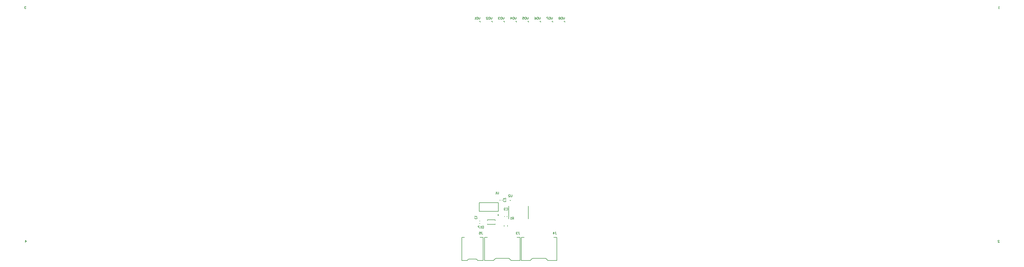
<source format=gbr>
%TF.GenerationSoftware,Altium Limited,Altium Designer,24.4.1 (13)*%
G04 Layer_Color=32896*
%FSLAX45Y45*%
%MOMM*%
%TF.SameCoordinates,4FF739F8-A24E-4C84-90D3-729B67262028*%
%TF.FilePolarity,Positive*%
%TF.FileFunction,Legend,Bot*%
%TF.Part,Single*%
G01*
G75*
%TA.AperFunction,NonConductor*%
%ADD33C,0.10000*%
%ADD34C,0.20000*%
%ADD35C,0.12700*%
%ADD36C,0.25000*%
D33*
X19529700Y5656600D02*
G03*
X19529700Y5656600I-5000J0D01*
G01*
D34*
X20372200Y6477000D02*
G03*
X20372200Y6477000I-10000J0D01*
G01*
X20147701Y5572100D02*
Y5602100D01*
X20267700Y5572100D02*
Y5602100D01*
X19834700Y5771600D02*
Y5794100D01*
X19564700Y5771600D02*
Y5794100D01*
X19834700Y5634100D02*
Y5656600D01*
X19564700Y5634100D02*
Y5656600D01*
Y5794100D02*
X19834700D01*
X19564700Y5634100D02*
X19834700D01*
X20002600Y6478800D02*
Y6498800D01*
X20082600Y6478800D02*
Y6498800D01*
X20247701Y5907300D02*
Y5927300D01*
X20167700Y5907300D02*
Y5927300D01*
X19275800Y6092500D02*
Y6402500D01*
X19945799Y6092500D02*
Y6402500D01*
X19275800D02*
X19945799D01*
X19275800Y6092500D02*
X19945799D01*
X19283299Y5754100D02*
X19303300D01*
X19283299Y5674100D02*
X19303300D01*
D35*
X20307201Y5832000D02*
Y6282000D01*
X20997200Y5832000D02*
Y6282000D01*
X20157143Y12742501D02*
Y12770000D01*
X20124643D02*
X20157143D01*
X19310001Y12742501D02*
Y12770000D01*
X19277499D02*
X19310001D01*
X19733571Y12742501D02*
Y12770000D01*
X19701071D02*
X19733571D01*
X21004285Y12742501D02*
Y12770000D01*
X20971786D02*
X21004285D01*
X20580714Y12742501D02*
Y12770000D01*
X20548215D02*
X20580714D01*
X21427856Y12742501D02*
Y12770000D01*
X21395357D02*
X21427856D01*
X21851428Y12742501D02*
Y12770000D01*
X21818929D02*
X21851428D01*
X22275000Y12742501D02*
Y12770000D01*
X22242500D02*
X22275000D01*
X19223000Y4367800D02*
X19408000D01*
X19172200Y4418600D02*
X19223000Y4367800D01*
X18667999D02*
X18853000D01*
X18903799Y4418600D01*
X19304700Y5180600D02*
X19408000D01*
X18667999D02*
X18758600D01*
X18903799Y4418600D02*
X19172200D01*
X19408000Y4367800D02*
Y5180600D01*
X18667999Y4367800D02*
Y5180600D01*
X20396500Y4367800D02*
X20706500D01*
X20320300Y4444000D02*
X20396500Y4367800D01*
X19466499D02*
X19776500D01*
X19852699Y4444000D01*
X20594501Y5180600D02*
X20706500D01*
X19466499D02*
X19565800D01*
X19852699Y4444000D02*
X20320300D01*
X20706500Y4367800D02*
Y5180600D01*
X19466499Y4367800D02*
Y5180600D01*
X21682001Y4367800D02*
X21992000D01*
X21605800Y4444000D02*
X21682001Y4367800D01*
X20752000D02*
X21062000D01*
X21138200Y4444000D01*
X21880000Y5180600D02*
X21992000D01*
X20752000D02*
X20851300D01*
X21138200Y4444000D02*
X21605800D01*
X21992000Y4367800D02*
Y5180600D01*
X20752000Y4367800D02*
Y5180600D01*
X37487695Y13211913D02*
X37462305D01*
X37475000D01*
Y13288087D01*
X37487695Y13275392D01*
X37439609Y4999412D02*
X37490393D01*
X37439609Y5050196D01*
Y5062892D01*
X37452304Y5075588D01*
X37477695D01*
X37490393Y5062892D01*
X3385832Y4998720D02*
Y5074895D01*
X3423920Y5036808D01*
X3373137D01*
X3406140Y13281639D02*
X3393444Y13294334D01*
X3368052D01*
X3355357Y13281639D01*
Y13268942D01*
X3368052Y13256248D01*
X3380748D01*
X3368052D01*
X3355357Y13243552D01*
Y13230856D01*
X3368052Y13218159D01*
X3393444D01*
X3406140Y13230856D01*
X22268179Y12915875D02*
Y12865092D01*
X22242789Y12839700D01*
X22217397Y12865092D01*
Y12915875D01*
X22192004D02*
Y12839700D01*
X22153917D01*
X22141222Y12852396D01*
Y12903178D01*
X22153917Y12915875D01*
X22192004D01*
X22115829Y12903178D02*
X22103133Y12915875D01*
X22077740D01*
X22065047Y12903178D01*
Y12890483D01*
X22077740Y12877788D01*
X22065047Y12865092D01*
Y12852396D01*
X22077740Y12839700D01*
X22103133D01*
X22115829Y12852396D01*
Y12865092D01*
X22103133Y12877788D01*
X22115829Y12890483D01*
Y12903178D01*
X22103133Y12877788D02*
X22077740D01*
X21844000Y12915875D02*
Y12865092D01*
X21818608Y12839700D01*
X21793217Y12865092D01*
Y12915875D01*
X21767825D02*
Y12839700D01*
X21729736D01*
X21717041Y12852396D01*
Y12903178D01*
X21729736Y12915875D01*
X21767825D01*
X21691649D02*
X21640866D01*
Y12903178D01*
X21691649Y12852396D01*
Y12839700D01*
X21422360Y12915875D02*
Y12865092D01*
X21396968Y12839700D01*
X21371577Y12865092D01*
Y12915875D01*
X21346185D02*
Y12839700D01*
X21308096D01*
X21295401Y12852396D01*
Y12903178D01*
X21308096Y12915875D01*
X21346185D01*
X21219226D02*
X21244617Y12903178D01*
X21270009Y12877788D01*
Y12852396D01*
X21257314Y12839700D01*
X21231921D01*
X21219226Y12852396D01*
Y12865092D01*
X21231921Y12877788D01*
X21270009D01*
X20998180Y12915875D02*
Y12865092D01*
X20972787Y12839700D01*
X20947397Y12865092D01*
Y12915875D01*
X20922005D02*
Y12839700D01*
X20883917D01*
X20871220Y12852396D01*
Y12903178D01*
X20883917Y12915875D01*
X20922005D01*
X20795045D02*
X20845828D01*
Y12877788D01*
X20820438Y12890483D01*
X20807741D01*
X20795045Y12877788D01*
Y12852396D01*
X20807741Y12839700D01*
X20833133D01*
X20845828Y12852396D01*
X20574001Y12915875D02*
Y12865092D01*
X20548608Y12839700D01*
X20523216Y12865092D01*
Y12915875D01*
X20497826D02*
Y12839700D01*
X20459737D01*
X20447041Y12852396D01*
Y12903178D01*
X20459737Y12915875D01*
X20497826D01*
X20383562Y12839700D02*
Y12915875D01*
X20421649Y12877788D01*
X20370866D01*
X20149820Y12915875D02*
Y12865092D01*
X20124428Y12839700D01*
X20099037Y12865092D01*
Y12915875D01*
X20073645D02*
Y12839700D01*
X20035558D01*
X20022861Y12852396D01*
Y12903178D01*
X20035558Y12915875D01*
X20073645D01*
X19997469Y12903178D02*
X19984773Y12915875D01*
X19959381D01*
X19946686Y12903178D01*
Y12890483D01*
X19959381Y12877788D01*
X19972076D01*
X19959381D01*
X19946686Y12865092D01*
Y12852396D01*
X19959381Y12839700D01*
X19984773D01*
X19997469Y12852396D01*
X19728180Y12915875D02*
Y12865092D01*
X19702788Y12839700D01*
X19677397Y12865092D01*
Y12915875D01*
X19652005D02*
Y12839700D01*
X19613918D01*
X19601221Y12852396D01*
Y12903178D01*
X19613918Y12915875D01*
X19652005D01*
X19525046Y12839700D02*
X19575829D01*
X19525046Y12890483D01*
Y12903178D01*
X19537741Y12915875D01*
X19563133D01*
X19575829Y12903178D01*
X19303999Y12915875D02*
Y12865092D01*
X19278609Y12839700D01*
X19253217Y12865092D01*
Y12915875D01*
X19227824D02*
Y12839700D01*
X19189737D01*
X19177042Y12852396D01*
Y12903178D01*
X19189737Y12915875D01*
X19227824D01*
X19151649Y12839700D02*
X19126257D01*
X19138953D01*
Y12915875D01*
X19151649Y12903178D01*
X20428479Y6680588D02*
Y6617108D01*
X20415784Y6604412D01*
X20390392D01*
X20377696Y6617108D01*
Y6680588D01*
X20301520Y6604412D02*
X20352304D01*
X20301520Y6655196D01*
Y6667892D01*
X20314217Y6680588D01*
X20339607D01*
X20352304Y6667892D01*
X19954240Y6779235D02*
Y6715756D01*
X19941544Y6703060D01*
X19916151D01*
X19903458Y6715756D01*
Y6779235D01*
X19878065Y6703060D02*
X19852673D01*
X19865369D01*
Y6779235D01*
X19878065Y6766539D01*
X20474384Y5815713D02*
Y5891888D01*
X20436296D01*
X20423599Y5879192D01*
Y5853800D01*
X20436296Y5841104D01*
X20474384D01*
X20448991D02*
X20423599Y5815713D01*
X20398209D02*
X20372816D01*
X20385512D01*
Y5891888D01*
X20398209Y5879192D01*
X19349738Y5361915D02*
X19375128D01*
X19362431D01*
Y5298436D01*
X19375128Y5285740D01*
X19387823D01*
X19400520Y5298436D01*
X19273561Y5361915D02*
X19324345D01*
Y5323828D01*
X19298953Y5336523D01*
X19286256D01*
X19273561Y5323828D01*
Y5298436D01*
X19286256Y5285740D01*
X19311649D01*
X19324345Y5298436D01*
X21935457Y5361915D02*
X21960847D01*
X21948152D01*
Y5298436D01*
X21960847Y5285740D01*
X21973544D01*
X21986240Y5298436D01*
X21871977Y5285740D02*
Y5361915D01*
X21910065Y5323828D01*
X21859280D01*
X20650217Y5361915D02*
X20675607D01*
X20662912D01*
Y5298436D01*
X20675607Y5285740D01*
X20688304D01*
X20700999Y5298436D01*
X20624825Y5349219D02*
X20612129Y5361915D01*
X20586737D01*
X20574042Y5349219D01*
Y5336523D01*
X20586737Y5323828D01*
X20599432D01*
X20586737D01*
X20574042Y5311132D01*
Y5298436D01*
X20586737Y5285740D01*
X20612129D01*
X20624825Y5298436D01*
X19426619Y5574388D02*
Y5498213D01*
X19388531D01*
X19375836Y5510908D01*
Y5561692D01*
X19388531Y5574388D01*
X19426619D01*
X19350444Y5498213D02*
X19325052D01*
X19337749D01*
Y5574388D01*
X19350444Y5561692D01*
X19286964Y5574388D02*
X19236182D01*
Y5561692D01*
X19286964Y5510908D01*
Y5498213D01*
X20220956Y6197579D02*
X20233652Y6210275D01*
X20259044D01*
X20271741Y6197579D01*
Y6146796D01*
X20259044Y6134100D01*
X20233652D01*
X20220956Y6146796D01*
X20195564Y6197579D02*
X20182869Y6210275D01*
X20157477D01*
X20144781Y6197579D01*
Y6184883D01*
X20157477Y6172188D01*
X20170174D01*
X20157477D01*
X20144781Y6159492D01*
Y6146796D01*
X20157477Y6134100D01*
X20182869D01*
X20195564Y6146796D01*
X20197893Y6479804D02*
X20210587Y6467108D01*
Y6441716D01*
X20197893Y6429020D01*
X20147108D01*
X20134412Y6441716D01*
Y6467108D01*
X20147108Y6479804D01*
X20134412Y6555979D02*
Y6505196D01*
X20185196Y6555979D01*
X20197893D01*
X20210587Y6543284D01*
Y6517892D01*
X20197893Y6505196D01*
X19185393Y5879200D02*
X19198088Y5866504D01*
Y5841113D01*
X19185393Y5828417D01*
X19134608D01*
X19121912Y5841113D01*
Y5866504D01*
X19134608Y5879200D01*
X19121912Y5904592D02*
Y5929984D01*
Y5917288D01*
X19198088D01*
X19185393Y5904592D01*
D36*
X19953300Y5965000D02*
G03*
X19953300Y5965000I-12500J0D01*
G01*
%TF.MD5,ef6b469d43b5815a7414eb0f934b04a0*%
M02*

</source>
